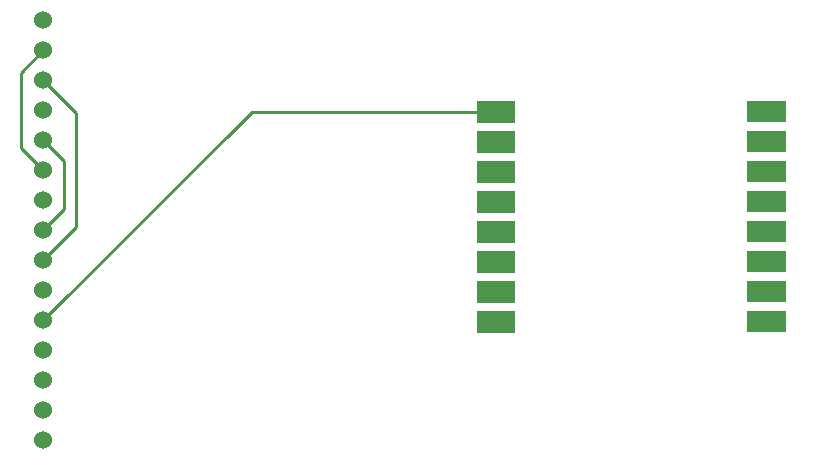
<source format=gbl>
G04 Layer: BottomLayer*
G04 EasyEDA v6.4.25, 2022-01-12T14:51:12+01:00*
G04 7a201c4e50c24bc0a63e83562ee2f331,e596f8a6ee9548d7bb734fb2f4e531ed,10*
G04 Gerber Generator version 0.2*
G04 Scale: 100 percent, Rotated: No, Reflected: No *
G04 Dimensions in millimeters *
G04 leading zeros omitted , absolute positions ,4 integer and 5 decimal *
%FSLAX45Y45*%
%MOMM*%

%ADD10C,0.2540*%
%ADD11C,1.5240*%
%ADD12R,3.2918X1.8288*%

%LPD*%
D10*
X1397000Y7315200D02*
G01*
X1206500Y7124700D01*
X1206500Y6489700D01*
X1397000Y6299200D01*
X1397000Y6553200D02*
G01*
X1574800Y6375400D01*
X1574800Y5969000D01*
X1397000Y5791200D01*
X1397000Y5537200D02*
G01*
X1676400Y5816600D01*
X1676400Y6781800D01*
X1397000Y7061200D01*
X1397002Y5029192D02*
G01*
X3162302Y6794492D01*
X5232402Y6794492D01*
D11*
G01*
X1397000Y4013200D03*
G01*
X1397000Y4267200D03*
G01*
X1397000Y4521200D03*
G01*
X1397000Y4775200D03*
G01*
X1397000Y5029200D03*
G01*
X1397000Y5283200D03*
G01*
X1397000Y5537200D03*
G01*
X1397000Y5791200D03*
G01*
X1397000Y6045200D03*
G01*
X1397000Y6299200D03*
G01*
X1397000Y6553200D03*
G01*
X1397000Y6807200D03*
G01*
X1397000Y7061200D03*
G01*
X1397000Y7315200D03*
G01*
X1397000Y7569200D03*
G36*
X7353808Y5107939D02*
G01*
X7682991Y5107939D01*
X7682991Y4925060D01*
X7353808Y4925060D01*
G37*
G36*
X7353808Y5361939D02*
G01*
X7682991Y5361939D01*
X7682991Y5179060D01*
X7353808Y5179060D01*
G37*
G36*
X7353808Y5615939D02*
G01*
X7682991Y5615939D01*
X7682991Y5433060D01*
X7353808Y5433060D01*
G37*
G36*
X7353808Y5869939D02*
G01*
X7682991Y5869939D01*
X7682991Y5687060D01*
X7353808Y5687060D01*
G37*
G36*
X7353808Y6123939D02*
G01*
X7682991Y6123939D01*
X7682991Y5941060D01*
X7353808Y5941060D01*
G37*
G36*
X7353808Y6377939D02*
G01*
X7682991Y6377939D01*
X7682991Y6195060D01*
X7353808Y6195060D01*
G37*
G36*
X7353808Y6631939D02*
G01*
X7682991Y6631939D01*
X7682991Y6449060D01*
X7353808Y6449060D01*
G37*
G36*
X7353808Y6885939D02*
G01*
X7682991Y6885939D01*
X7682991Y6703060D01*
X7353808Y6703060D01*
G37*
D12*
G01*
X5232400Y5016500D03*
G01*
X5232400Y5270500D03*
G01*
X5232400Y5524500D03*
G01*
X5232400Y5778500D03*
G01*
X5232400Y6032500D03*
G01*
X5232400Y6286500D03*
G01*
X5232400Y6540500D03*
G01*
X5232400Y6794500D03*
M02*

</source>
